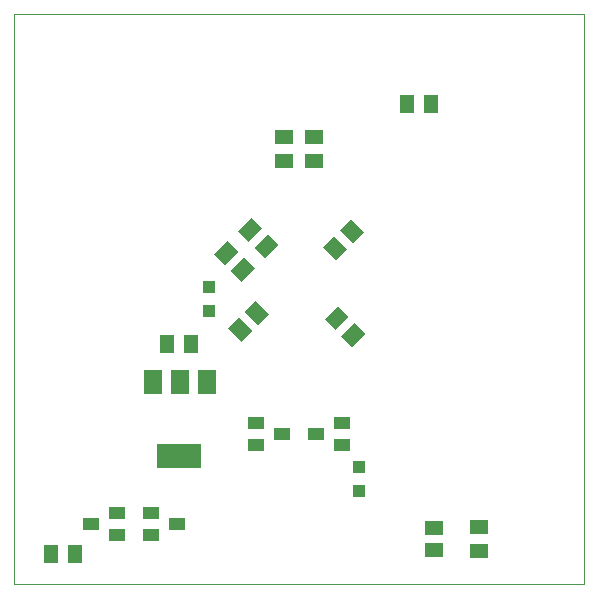
<source format=gbp>
G75*
%MOIN*%
%OFA0B0*%
%FSLAX24Y24*%
%IPPOS*%
%LPD*%
%AMOC8*
5,1,8,0,0,1.08239X$1,22.5*
%
%ADD10C,0.0000*%
%ADD11R,0.0512X0.0630*%
%ADD12R,0.0630X0.0512*%
%ADD13R,0.0551X0.0394*%
%ADD14R,0.0394X0.0394*%
%ADD15R,0.0591X0.0512*%
%ADD16R,0.0590X0.0790*%
%ADD17R,0.1500X0.0790*%
D10*
X001150Y002646D02*
X001150Y021646D01*
X020150Y021646D01*
X020150Y002646D01*
X001150Y002646D01*
D11*
X002381Y003621D03*
X003169Y003621D03*
X006256Y010646D03*
X007044Y010646D03*
G36*
X008269Y011159D02*
X008631Y011521D01*
X009075Y011077D01*
X008713Y010715D01*
X008269Y011159D01*
G37*
G36*
X008825Y011715D02*
X009187Y012077D01*
X009631Y011633D01*
X009269Y011271D01*
X008825Y011715D01*
G37*
G36*
X008819Y013521D02*
X009181Y013159D01*
X008737Y012715D01*
X008375Y013077D01*
X008819Y013521D01*
G37*
G36*
X008263Y014077D02*
X008625Y013715D01*
X008181Y013271D01*
X007819Y013633D01*
X008263Y014077D01*
G37*
G36*
X009038Y014852D02*
X009400Y014490D01*
X008956Y014046D01*
X008594Y014408D01*
X009038Y014852D01*
G37*
G36*
X009594Y014296D02*
X009956Y013934D01*
X009512Y013490D01*
X009150Y013852D01*
X009594Y014296D01*
G37*
G36*
X012250Y013802D02*
X011888Y013440D01*
X011444Y013884D01*
X011806Y014246D01*
X012250Y013802D01*
G37*
G36*
X012806Y014358D02*
X012444Y013996D01*
X012000Y014440D01*
X012362Y014802D01*
X012806Y014358D01*
G37*
G36*
X011856Y011096D02*
X011494Y011458D01*
X011938Y011902D01*
X012300Y011540D01*
X011856Y011096D01*
G37*
G36*
X012412Y010540D02*
X012050Y010902D01*
X012494Y011346D01*
X012856Y010984D01*
X012412Y010540D01*
G37*
X014256Y018646D03*
X015044Y018646D03*
D12*
X011150Y017540D03*
X011150Y016752D03*
X010150Y016752D03*
X010150Y017540D03*
X016650Y004540D03*
X016650Y003752D03*
D13*
X012083Y007272D03*
X012083Y008020D03*
X011217Y007646D03*
X010083Y007646D03*
X009217Y007272D03*
X009217Y008020D03*
X006583Y004646D03*
X005717Y004272D03*
X005717Y005020D03*
X004583Y005020D03*
X004583Y004272D03*
X003717Y004646D03*
D14*
X007650Y011752D03*
X007650Y012540D03*
X012650Y006540D03*
X012650Y005752D03*
D15*
X015150Y004520D03*
X015150Y003772D03*
D16*
X007560Y009386D03*
X006660Y009386D03*
X005760Y009386D03*
D17*
X006650Y006906D03*
M02*

</source>
